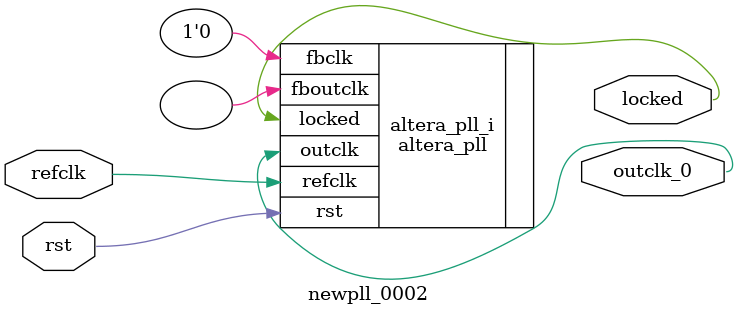
<source format=v>
`timescale 1ns/10ps
module  newpll_0002(

	// interface 'refclk'
	input wire refclk,

	// interface 'reset'
	input wire rst,

	// interface 'outclk0'
	output wire outclk_0,

	// interface 'locked'
	output wire locked
);

	altera_pll #(
		.fractional_vco_multiplier("false"),
		.reference_clock_frequency("100.0 MHz"),
		.operation_mode("direct"),
		.number_of_clocks(1),
		.output_clock_frequency0("60.000000 MHz"),
		.phase_shift0("0 ps"),
		.duty_cycle0(50),
		.output_clock_frequency1("0 MHz"),
		.phase_shift1("0 ps"),
		.duty_cycle1(50),
		.output_clock_frequency2("0 MHz"),
		.phase_shift2("0 ps"),
		.duty_cycle2(50),
		.output_clock_frequency3("0 MHz"),
		.phase_shift3("0 ps"),
		.duty_cycle3(50),
		.output_clock_frequency4("0 MHz"),
		.phase_shift4("0 ps"),
		.duty_cycle4(50),
		.output_clock_frequency5("0 MHz"),
		.phase_shift5("0 ps"),
		.duty_cycle5(50),
		.output_clock_frequency6("0 MHz"),
		.phase_shift6("0 ps"),
		.duty_cycle6(50),
		.output_clock_frequency7("0 MHz"),
		.phase_shift7("0 ps"),
		.duty_cycle7(50),
		.output_clock_frequency8("0 MHz"),
		.phase_shift8("0 ps"),
		.duty_cycle8(50),
		.output_clock_frequency9("0 MHz"),
		.phase_shift9("0 ps"),
		.duty_cycle9(50),
		.output_clock_frequency10("0 MHz"),
		.phase_shift10("0 ps"),
		.duty_cycle10(50),
		.output_clock_frequency11("0 MHz"),
		.phase_shift11("0 ps"),
		.duty_cycle11(50),
		.output_clock_frequency12("0 MHz"),
		.phase_shift12("0 ps"),
		.duty_cycle12(50),
		.output_clock_frequency13("0 MHz"),
		.phase_shift13("0 ps"),
		.duty_cycle13(50),
		.output_clock_frequency14("0 MHz"),
		.phase_shift14("0 ps"),
		.duty_cycle14(50),
		.output_clock_frequency15("0 MHz"),
		.phase_shift15("0 ps"),
		.duty_cycle15(50),
		.output_clock_frequency16("0 MHz"),
		.phase_shift16("0 ps"),
		.duty_cycle16(50),
		.output_clock_frequency17("0 MHz"),
		.phase_shift17("0 ps"),
		.duty_cycle17(50),
		.pll_type("General"),
		.pll_subtype("General")
	) altera_pll_i (
		.rst	(rst),
		.outclk	({outclk_0}),
		.locked	(locked),
		.fboutclk	( ),
		.fbclk	(1'b0),
		.refclk	(refclk)
	);
endmodule
</source>
